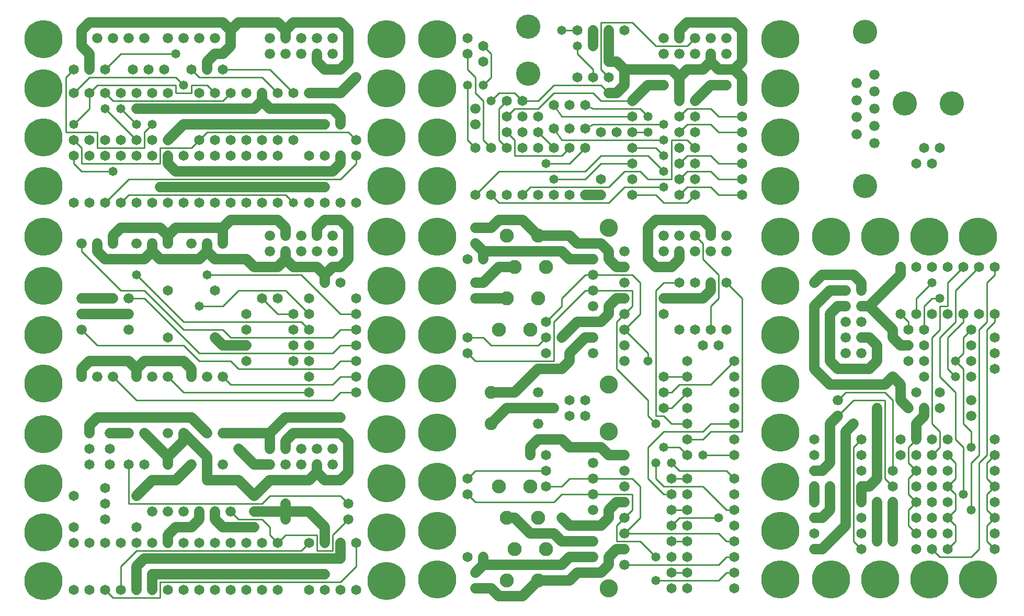
<source format=gtl>
%MOIN*%
%FSLAX25Y25*%
G04 D10 used for Character Trace; *
G04     Circle (OD=.01000) (No hole)*
G04 D11 used for Power Trace; *
G04     Circle (OD=.06500) (No hole)*
G04 D12 used for Signal Trace; *
G04     Circle (OD=.01100) (No hole)*
G04 D13 used for Via; *
G04     Circle (OD=.05800) (Round. Hole ID=.02800)*
G04 D14 used for Component hole; *
G04     Circle (OD=.06500) (Round. Hole ID=.03500)*
G04 D15 used for Component hole; *
G04     Circle (OD=.06600) (Round. Hole ID=.04200)*
G04 D16 used for Component hole; *
G04     Circle (OD=.08200) (Round. Hole ID=.05200)*
G04 D17 used for Component hole; *
G04     Circle (OD=.08950) (Round. Hole ID=.05950)*
G04 D18 used for Component hole; *
G04     Circle (OD=.11600) (Round. Hole ID=.08600)*
G04 D19 used for Component hole; *
G04     Circle (OD=.15500) (Round. Hole ID=.12500)*
G04 D20 used for Component hole; *
G04     Circle (OD=.18200) (Round. Hole ID=.15200)*
G04 D21 used for Component hole; *
G04     Circle (OD=.24300) (Round. Hole ID=.21300)*
%ADD10C,.01000*%
%ADD11C,.06500*%
%ADD12C,.01100*%
%ADD13C,.05800*%
%ADD14C,.06500*%
%ADD15C,.06600*%
%ADD16C,.08200*%
%ADD17C,.08950*%
%ADD18C,.11600*%
%ADD19C,.15500*%
%ADD20C,.18200*%
%ADD21C,.24300*%
%IPPOS*%
%LPD*%
G90*X0Y0D02*D21*X15625Y15625D03*D14*              
X35000Y10000D03*Y40000D03*D21*X15625Y46875D03*D14*
X45000Y10000D03*Y40000D03*X35000Y50000D03*        
X55000Y55000D03*Y10000D03*D12*X60000Y5000D01*     
X90000D01*Y15000D01*X205000D01*X215000Y25000D01*  
Y40000D01*D14*D03*D11*X175000Y30000D02*X205000D01*
D14*X175000D03*D11*X95000D01*D13*D03*D11*         
X80000D01*X75000Y25000D01*Y10000D01*D14*D03*D11*  
X85000Y20000D02*Y10000D01*D14*D03*X95000D03*D11*  
X85000Y20000D02*X175000D01*D14*D03*D11*X195000D01*
D13*D03*D14*X205000Y10000D03*D11*Y40000D02*       
Y30000D01*D14*Y40000D03*D12*X200000Y45000D02*     
Y35000D01*X190000D01*Y45000D01*X170000D01*        
X165000Y40000D01*D14*D03*D12*X160000Y45000D01*    
Y50000D01*X155000Y55000D01*X140000D01*            
X135000Y60000D01*D15*D03*D11*X125000Y55000D02*    
X130000Y50000D01*X125000Y60000D02*Y55000D01*D15*  
Y60000D03*X115000D03*D11*Y55000D01*               
X110000Y50000D01*X100000D01*X95000Y45000D01*      
Y40000D01*D14*D03*X105000D03*X85000D03*D15*       
X105000Y60000D03*D14*X75000Y50000D03*             
X115000Y40000D03*D15*X95000Y60000D03*D14*         
X75000Y40000D03*D12*X65000Y25000D02*              
X75000Y35000D01*X65000Y25000D02*Y10000D01*D14*D03*
D12*X75000Y35000D02*X180000D01*X185000Y40000D01*  
D14*D03*D11*Y60000D02*X195000Y50000D01*           
X170000Y60000D02*X185000D01*X150000D02*X170000D01*
D14*X150000D03*D12*X70000Y65000D02*X155000D01*    
X70000Y90000D02*Y65000D01*D14*Y90000D03*X80000D03*
X55000Y75000D03*D11*X75000Y70000D02*              
X85000Y80000D01*D14*X75000Y70000D03*D15*          
X85000Y60000D03*D11*Y80000D02*X95000D01*D14*D03*  
D11*X100000D01*X110000Y90000D01*D15*D03*          
X120000Y80000D03*D11*Y95000D01*X105000Y110000D01* 
D15*D03*D11*Y105000D01*X95000Y95000D01*           
X80000Y110000D01*D15*D03*X70000D03*D11*X58000D01* 
D14*D03*X45000Y100000D03*D11*Y115000D02*          
Y110000D01*D14*D03*D11*Y115000D02*                
X50000Y120000D01*X110000D01*X120000Y110000D01*D15*
D03*X130000D03*D11*X160000D01*Y100000D01*D15*D03* 
X170000Y90000D03*D11*X140000Y100000D02*           
X150000Y90000D01*D13*X140000Y100000D03*D11*       
X150000Y90000D02*X160000D01*D15*D03*              
X170000Y100000D03*D11*Y105000D01*                 
X175000Y110000D01*X205000D01*X210000Y105000D01*   
Y85000D01*X205000Y80000D01*X195000D01*            
X190000Y85000D01*X185000Y80000D01*X160000D01*     
X150000Y70000D01*D14*D03*D11*X140000Y80000D01*    
X120000D01*D15*X130000Y90000D03*D11*              
X95000Y95000D02*Y90000D01*D14*D03*D15*Y110000D03* 
D14*X58000Y100000D03*Y90000D03*X55000Y65000D03*   
D11*X130000Y50000D02*X150000D01*D13*D03*D14*      
X145000Y40000D03*X155000D03*D12*Y65000D02*        
X160000Y70000D01*X205000D01*X210000Y65000D01*D14* 
D03*Y55000D03*D12*X200000Y45000D01*D11*           
X195000Y50000D02*Y40000D01*D14*D03*               
X170000Y65000D03*D11*Y60000D01*Y55000D01*D14*D03* 
D11*X190000Y90000D02*Y85000D01*D15*Y90000D03*     
X200000Y100000D03*X180000D03*X200000Y90000D03*    
X190000Y100000D03*X180000Y90000D03*D11*           
X160000Y110000D02*X170000Y120000D01*X205000D01*   
D13*D03*D21*X234375Y109375D03*Y78125D03*Y46875D03*
D14*X125000Y40000D03*X135000D03*D21*              
X234375Y15625D03*D14*X105000Y10000D03*X115000D03* 
X125000D03*X135000D03*X145000D03*X155000D03*      
X165000D03*X185000D03*X195000D03*X215000D03*      
X65000Y40000D03*X55000D03*X45000Y90000D03*        
X35000Y70000D03*D21*X15625Y109375D03*Y78125D03*   
G90*X0Y1000D02*D12*X60000Y146000D02*              
X75000Y131000D01*D15*X60000Y146000D03*D11*        
X45000Y156000D02*X70000D01*X40000Y151000D02*      
X45000Y156000D01*X40000Y151000D02*Y146000D01*D15* 
D03*X50000D03*D12*X40000Y176000D02*               
X50000Y166000D01*D15*X40000Y176000D03*D12*        
X50000Y166000D02*X105000D01*X115000Y156000D01*    
X135000D01*X140000Y151000D01*X200000D01*          
X205000Y156000D01*X215000D01*D14*D03*D12*         
X200000Y161000D02*X205000Y166000D01*              
X115000Y161000D02*X200000D01*X80000Y196000D02*    
X115000Y161000D01*X70000Y196000D02*X80000D01*D15* 
X70000D03*D12*X40000Y226000D02*X65000Y201000D01*  
X40000Y231000D02*Y226000D01*D15*Y231000D03*D11*   
X50000D02*Y226000D01*D15*Y231000D03*D11*          
Y226000D02*X55000Y221000D01*X80000D01*            
X85000Y226000D01*Y231000D01*D15*D03*D11*          
Y226000D02*X90000Y221000D01*X115000D01*           
X120000Y226000D01*Y231000D01*D15*D03*D11*         
Y226000D02*X125000Y221000D01*X145000D01*          
X150000Y216000D01*X165000D01*X170000Y221000D01*   
Y226000D01*D15*D03*D11*Y221000D02*                
X175000Y216000D01*X190000D01*X195000Y211000D01*   
Y206000D01*D14*D03*D11*Y211000D02*                
X200000Y216000D01*X205000D01*X210000Y221000D01*   
Y241000D01*X205000Y246000D01*X195000D01*          
X190000Y241000D01*Y236000D01*D15*D03*             
X200000Y226000D03*X180000D03*X200000Y236000D03*   
X180000D03*X190000Y226000D03*D11*                 
X165000Y246000D02*X170000Y241000D01*              
X135000Y246000D02*X165000D01*X130000Y241000D02*   
X135000Y246000D01*X100000Y241000D02*X130000D01*   
X95000Y236000D02*X100000Y241000D01*X90000D02*     
X95000Y236000D01*X65000Y241000D02*X90000D01*      
X60000Y236000D02*X65000Y241000D01*                
X60000Y236000D02*Y231000D01*D15*D03*X75000D03*D13*
Y211000D03*D12*X105000Y181000D01*X180000D01*      
X185000Y176000D01*D14*D03*X175000Y186000D03*D12*  
X165000D01*X155000Y196000D01*D14*D03*             
X145000Y186000D03*X165000Y196000D03*D12*          
X130000Y191000D02*X140000Y201000D01*              
X115000Y191000D02*X130000D01*D13*X115000D03*D14*  
X125000Y201000D03*D12*X105000Y176000D02*          
X130000D01*X80000Y201000D02*X105000Y176000D01*    
X65000Y201000D02*X80000D01*D13*X60000Y196000D03*  
D11*X40000D01*D15*D03*Y186000D03*D11*X70000D01*   
D15*D03*Y176000D03*D14*X95000Y171000D03*          
Y201000D03*D11*X70000Y156000D02*X75000Y151000D01* 
Y146000D01*D15*D03*D11*Y151000D02*                
X80000Y156000D01*X105000D01*X110000Y151000D01*    
Y146000D01*D15*D03*D12*X95000D02*                 
X105000Y136000D01*D15*X95000Y146000D03*D12*       
X105000Y136000D02*X185000D01*D14*D03*Y146000D03*  
D12*X75000Y131000D02*X200000D01*D15*              
X85000Y146000D03*X120000D03*D14*X125000Y171000D03*
D11*X130000Y166000D01*X145000D01*D14*D03*D12*     
X130000Y176000D02*X135000Y171000D01*X200000D01*   
X205000Y176000D01*X215000D01*D14*D03*D12*         
X180000Y211000D02*X205000Y186000D01*              
X120000Y211000D02*X180000D01*D13*X120000D03*D12*  
X140000Y201000D02*X170000D01*X185000Y186000D01*   
D14*D03*X175000Y176000D03*X185000Y196000D03*D12*  
X205000Y166000D02*X215000D01*D14*D03*D12*         
X200000Y141000D02*X205000Y146000D01*              
X135000Y141000D02*X200000D01*X130000Y146000D02*   
X135000Y141000D01*D15*X130000Y146000D03*D14*      
X145000Y156000D03*Y176000D03*X175000Y156000D03*   
Y166000D03*X185000Y156000D03*Y166000D03*D12*      
X200000Y131000D02*X205000Y136000D01*X215000D01*   
D14*D03*D12*X205000Y146000D02*X215000D01*D14*D03* 
D21*X234375Y141625D03*Y172875D03*D14*             
X215000Y186000D03*D12*X205000D01*D14*             
X215000Y196000D03*X205000Y206000D03*D21*          
X234375Y204125D03*D15*X160000Y226000D03*D21*      
X234375Y235375D03*D15*X170000Y236000D03*D11*      
Y241000D01*D15*X160000Y236000D03*D11*             
X130000Y241000D02*Y231000D01*D15*D03*X110000D03*  
D11*X95000Y236000D02*Y231000D01*D15*D03*D21*      
X15625Y235375D03*Y204125D03*Y172875D03*Y141625D03*
G90*X0Y2000D02*D14*X215000Y257000D03*X205000D03*  
X195000D03*X185000D03*D13*X175000D03*D12*         
X170000Y262000D01*X70000D01*X65000Y257000D01*D14* 
D03*X75000D03*X55000D03*D12*X70000Y272000D01*     
X205000D01*X215000Y282000D01*Y287000D01*D14*D03*  
Y297000D03*D12*X210000Y302000D01*X120000D01*      
X115000Y297000D01*D14*D03*D12*X110000Y292000D01*  
X90000D01*Y282000D01*X40000D01*Y292000D01*        
X35000Y297000D01*D14*D03*D12*X30000Y337000D02*    
Y302000D01*Y337000D02*X35000Y342000D01*D14*D03*   
D11*X40000Y357000D02*X45000Y352000D01*            
X40000Y362000D02*Y357000D01*D15*Y362000D03*D11*   
Y367000D01*X45000Y372000D01*X60000D01*D13*D03*D11*
X130000D01*X135000Y367000D01*Y362000D01*D15*D03*  
D11*Y357000D01*X130000Y352000D01*X125000D01*      
X120000Y347000D01*Y342000D01*D14*D03*D12*         
X110000D02*X115000Y337000D01*D14*                 
X110000Y342000D03*D12*X115000Y337000D02*          
X155000D01*X165000Y327000D01*D14*D03*D11*         
X155000Y322000D02*X160000Y317000D01*X150000D02*   
X155000Y322000D01*X105000Y317000D02*X150000D01*   
D14*X105000D03*D11*X75000D01*D13*D03*             
X85000Y307000D03*D12*X80000Y302000D01*Y292000D01* 
X50000D01*Y302000D01*X30000D01*D13*               
X35000Y307000D03*D12*X45000Y317000D01*Y327000D01* 
D14*D03*D12*X50000Y332000D01*X100000D01*          
Y327000D01*X110000D01*Y332000D01*X120000D01*      
X125000Y327000D01*D14*D03*D12*X60000Y322000D02*   
X130000D01*X55000Y327000D02*X60000Y322000D01*D14* 
X55000Y327000D03*D13*X65000Y317000D03*D12*        
X75000Y307000D01*D13*D03*D14*X85000Y297000D03*    
X65000D03*X75000D03*D12*X55000Y317000D01*D13*D03* 
D14*X65000Y327000D03*X35000D03*D12*               
X45000Y337000D01*X100000D01*X105000Y332000D01*D13*
D03*D14*X115000Y327000D03*X95000D03*              
X92500Y342000D03*D13*X100000Y352000D03*D12*       
X65000D01*X55000Y342000D01*D14*D03*D11*           
X45000Y352000D02*Y342000D01*D14*D03*D15*          
X60000Y362000D03*X50000D03*D14*X72500Y342000D03*  
D15*X70000Y362000D03*D21*X15625Y361375D03*D14*    
X75000Y327000D03*D21*X15625Y330125D03*D14*        
X82500Y342000D03*D15*X80000Y362000D03*D14*        
X85000Y327000D03*D21*X15625Y298875D03*D14*        
X45000Y297000D03*X55000D03*X95000D03*D11*         
X105000Y307000D01*D14*D03*D11*X175000D01*D13*D03* 
D11*X185000D01*D14*D03*D11*X195000D01*D14*D03*    
X185000Y317000D03*D11*X160000D01*                 
X155000Y327000D02*Y322000D01*D14*Y327000D03*      
X145000D03*D12*X130000Y342000D02*X160000D01*D14*  
X130000D03*X135000Y327000D03*D12*                 
X130000Y322000D01*D14*X155000Y297000D03*          
X125000D03*X135000D03*X145000D03*D15*             
X160000Y352000D03*D12*Y342000D02*                 
X175000Y327000D01*D14*D03*D11*X185000Y317000D02*  
X200000D01*X205000Y312000D01*Y307000D01*D14*D03*  
D13*X185000Y327000D03*D11*X195000D01*D13*D03*D11* 
X205000D01*X215000Y337000D01*D14*D03*D13*         
X205000Y342000D03*D11*X195000D01*                 
X190000Y347000D01*Y352000D01*D15*D03*             
X200000Y362000D03*X180000D03*X200000Y352000D03*   
X190000Y362000D03*X180000Y352000D03*D11*          
X205000Y342000D02*X210000Y347000D01*Y367000D01*   
X205000Y372000D01*X175000D01*X170000Y367000D01*   
X165000Y372000D01*X140000D01*X135000Y367000D01*   
D15*X125000Y362000D03*X115000D03*X160000D03*      
X105000D03*X170000Y352000D03*Y362000D03*D11*      
Y367000D01*D21*X234375Y330125D03*Y361375D03*D14*  
X165000Y297000D03*X175000D03*D21*                 
X234375Y298875D03*D15*X95000Y362000D03*D14*       
Y287000D03*D11*Y282000D01*X100000Y277000D01*      
X175000D01*D14*D03*D11*X200000D01*                
X205000Y282000D01*Y287000D01*D14*D03*X195000D03*  
D13*Y267000D03*D11*X175000D01*D10*                
X176914Y267837D02*X177871Y267000D01*X172129D01*   
Y267837D02*Y266163D01*D14*X175000Y267000D03*D11*  
X90000D01*D13*D03*D14*X85000Y257000D03*X95000D03* 
X105000D03*Y287000D03*X85000D03*X75000D03*        
X65000D03*X115000Y257000D03*Y287000D03*D13*       
X60000Y277000D03*D12*X40000D01*X35000Y282000D01*  
Y287000D01*D14*D03*X45000D03*D21*X15625Y267625D03*
D14*X55000Y287000D03*X35000Y257000D03*X45000D03*  
X125000D03*Y287000D03*X135000Y257000D03*          
Y287000D03*X145000Y257000D03*Y287000D03*          
X155000Y257000D03*Y287000D03*X165000Y257000D03*   
Y287000D03*D10*X176914Y267837D02*                 
X177871Y267000D01*X172129D01*Y267837D02*          
Y266163D01*D14*X185000Y287000D03*D21*             
X234375Y267625D03*G90*X1000Y1000D02*              
X266625Y16625D03*Y47875D03*Y79125D03*Y110375D03*  
Y141625D03*Y172875D03*Y204125D03*Y235375D03*D14*  
X286000Y31000D03*Y71000D03*D12*X291000Y66000D01*  
X341000D01*X346000Y71000D01*X366000D01*D15*D03*   
D12*X391000D01*Y61000D01*X386000Y56000D01*D15*D03*
D12*X381000Y51000D01*Y41000D01*X396000D01*        
X406000Y31000D01*D13*D03*D14*X416000Y21000D03*D12*
X426000D01*D14*D03*X416000Y31000D03*Y11000D03*    
X426000Y31000D03*Y11000D03*D12*X406000Y16000D02*  
X446000D01*D13*X406000D03*D15*X386000Y36000D03*   
D11*X381000D01*X376000Y31000D01*Y26000D01*        
X371000Y21000D01*X356000D01*X351000Y16000D01*     
X331000D01*D17*D03*D11*X321000Y6000D01*X306000D01*
X301000Y11000D01*X291000D01*D15*D03*Y21000D03*D11*
X296000Y26000D01*Y31000D01*D14*D03*D11*Y26000D02* 
X346000D01*D13*D03*D11*X351000Y31000D01*          
X366000D01*D15*D03*Y41000D03*D11*X346000D01*      
X341000Y46000D01*X326000D01*X316000Y56000D01*     
X311000D01*D17*D03*X326000Y76000D03*              
X331000Y56000D03*X306000Y76000D03*                
X316000Y36000D03*D14*X286000Y81000D03*D12*        
X291000Y86000D01*X336000D01*D14*D03*D12*Y76000D02*
X346000D01*D14*X336000D03*D12*X346000D02*         
X351000Y81000D01*X366000D01*D15*D03*D12*          
X391000D01*X396000Y76000D01*Y56000D01*            
X386000Y46000D01*D15*D03*D12*X446000D01*          
X451000Y41000D01*X456000D01*D14*D03*D12*          
X446000Y26000D02*X451000Y31000D01*                
X386000Y26000D02*X446000D01*D15*X386000D03*D18*   
X376000Y11000D03*D11*X366000Y51000D02*X371000D01* 
D15*X366000D03*D11*X351000D01*X346000Y56000D01*   
D13*D03*D17*X336000Y36000D03*D15*X366000Y61000D03*
D11*X371000Y51000D02*X376000Y56000D01*Y61000D01*  
X381000Y66000D01*X386000D01*D15*D03*Y76000D03*D12*
X401000Y101000D02*Y81000D01*Y101000D02*           
X411000Y111000D01*X436000D01*X441000Y116000D01*   
X456000D01*D14*D03*D12*X441000Y111000D02*         
X461000D01*X436000Y106000D02*X441000Y111000D01*   
X426000Y106000D02*X436000D01*D14*X426000D03*D12*  
X411000Y101000D02*X421000D01*D13*X411000D03*      
X406000Y91000D03*D12*Y81000D01*X411000Y76000D01*  
X436000D01*X451000Y61000D01*X456000D01*D14*D03*   
Y71000D03*Y51000D03*D13*X446000Y56000D03*D12*     
X421000D01*X416000Y51000D01*D14*D03*              
X426000Y41000D03*D12*X416000D01*D14*D03*          
X426000Y51000D03*Y61000D03*D12*X416000D01*D14*D03*
X426000Y71000D03*X416000D03*D12*X411000D01*       
X401000Y81000D01*D15*X386000Y96000D03*D11*        
X376000D01*X371000Y101000D01*X351000D01*          
X346000Y106000D01*X331000D01*X326000Y101000D01*   
Y96000D01*D14*D03*X336000D03*D15*                 
X331000Y116000D03*D14*X351000Y121000D03*D16*      
X301000Y116000D03*D11*X311000Y126000D01*          
X321000D01*D13*D03*D11*X341000D01*D15*D03*        
X331000Y136000D03*D14*X351000Y131000D03*          
X361000Y121000D03*Y131000D03*D11*                 
X301000Y136000D02*X316000D01*D16*X301000D03*D11*  
X316000D02*X331000Y151000D01*X336000D01*D14*D03*  
D11*X346000D01*X351000Y156000D01*Y161000D01*      
X361000Y171000D01*X366000D01*D15*D03*D11*         
X346000D02*X356000Y181000D01*D13*                 
X346000Y171000D03*D11*X356000Y181000D02*          
X366000D01*D15*D03*D11*X371000D01*                
X376000Y186000D01*Y191000D01*X381000Y196000D01*   
X386000D01*D15*D03*D12*Y186000D02*                
X391000Y191000D01*D15*X386000Y186000D03*D12*      
X381000Y181000D01*Y151000D01*X401000Y131000D01*   
Y121000D01*X406000Y116000D01*D13*D03*D12*         
Y121000D02*X411000D01*X406000Y201000D02*          
Y121000D01*Y201000D02*X411000Y206000D01*          
X421000D01*D14*D03*X411000Y196000D03*D11*         
X436000D01*X441000Y201000D01*Y206000D01*D14*D03*  
D12*X436000Y221000D02*X446000Y211000D01*          
X436000Y231000D02*Y221000D01*X431000Y236000D02*   
X436000Y231000D01*D15*X431000Y236000D03*          
X441000Y226000D03*X421000D03*D11*Y221000D01*      
X416000Y216000D01*X406000D01*X401000Y221000D01*   
Y241000D01*X406000Y246000D01*X436000D01*          
X441000Y241000D01*Y236000D01*D15*D03*             
X451000Y226000D03*X431000D03*X451000Y236000D03*   
X421000D03*D12*X446000Y211000D02*Y196000D01*      
X441000Y191000D01*Y176000D01*D14*D03*             
X436000Y166000D03*X451000Y176000D03*X431000D03*   
X446000Y166000D03*D12*X451000Y206000D02*          
X461000Y196000D01*D14*X451000Y206000D03*D12*      
X461000Y196000D02*Y111000D01*D14*                 
X456000Y106000D03*Y96000D03*D12*X436000D01*D13*   
D03*D14*X426000D03*D12*X421000Y101000D01*D13*     
X416000Y91000D03*D12*X421000Y86000D01*X451000D01* 
X456000Y81000D01*D14*D03*D21*X485375Y110375D03*   
Y79125D03*D14*X426000Y81000D03*D12*X416000D01*D14*
D03*D15*X386000Y86000D03*D14*X426000Y116000D03*   
D12*X416000D01*X411000Y121000D01*Y126000D02*      
X416000D01*D14*X411000D03*D12*X416000D02*         
X426000Y136000D01*D14*D03*D12*X416000D02*         
X421000Y141000D01*X411000Y136000D02*X416000D01*   
D14*X411000D03*Y146000D03*D12*X426000D01*D14*D03* 
D12*X421000Y141000D02*X441000D01*                 
X456000Y156000D01*D14*D03*Y146000D03*Y136000D03*  
X426000Y126000D03*D21*X485375Y141625D03*D14*      
X426000Y156000D03*X456000Y126000D03*D21*          
X485375Y172875D03*D14*X421000Y176000D03*          
X411000Y186000D03*D21*X485375Y204125D03*D14*      
X431000Y206000D03*D12*X386000Y176000D02*          
X401000Y161000D01*D15*X386000Y176000D03*D12*      
X396000Y186000D01*Y206000D01*X391000Y211000D01*   
X366000D01*D15*D03*D12*X361000D01*                
X346000Y196000D01*Y191000D01*X336000Y181000D01*   
D14*D03*D12*X341000D02*Y156000D01*X291000D01*     
X286000Y161000D01*D14*D03*D12*Y171000D02*         
X296000D01*D14*X286000D03*D12*X296000D02*         
X301000Y166000D01*X331000D01*X336000Y171000D01*   
D14*D03*D12*X341000Y181000D02*X361000Y201000D01*  
X366000D01*D15*D03*D12*X391000D01*Y191000D01*D15* 
X386000Y206000D03*Y166000D03*X366000Y191000D03*   
X386000Y216000D03*D11*X381000D01*                 
X376000Y221000D01*Y226000D01*X371000Y231000D01*   
X356000D01*X351000Y236000D01*X331000D01*D17*D03*  
D11*X321000Y246000D01*X306000D01*                 
X301000Y241000D01*X291000D01*D15*D03*Y231000D03*  
D11*X296000Y226000D01*Y221000D01*D14*D03*D11*     
Y226000D02*X346000D01*X351000Y221000D01*          
X366000D01*D15*D03*D18*X376000Y241000D03*D15*     
X386000Y226000D03*D17*X336000Y216000D03*          
X331000Y196000D03*X326000Y176000D03*D15*          
X411000Y226000D03*Y236000D03*D17*                 
X316000Y216000D03*D11*X306000D01*                 
X296000Y206000D01*X291000D01*D15*D03*Y196000D03*  
D11*X311000D01*D17*D03*X306000Y176000D03*D14*     
X286000Y221000D03*X336000Y161000D03*D17*          
X311000Y236000D03*D15*X366000Y161000D03*D18*      
X376000Y141000D03*D15*X386000Y156000D03*D18*      
X376000Y111000D03*D13*X401000Y156000D03*D12*      
Y161000D01*D15*X366000Y91000D03*D21*              
X485375Y235375D03*Y47875D03*D12*X451000Y31000D02* 
X456000D01*D14*D03*D12*X446000Y16000D02*          
X451000Y21000D01*X456000D01*D14*D03*Y11000D03*D21*
X485375Y16625D03*D17*X311000Y16000D03*G90*        
X1000Y2000D02*D21*X266625Y267625D03*D14*          
X291000Y292000D03*D12*X286000Y297000D01*          
Y332000D01*D13*D03*D12*X291000Y337000D02*         
Y327000D01*X286000Y342000D02*X291000Y337000D01*   
X286000Y352000D02*Y342000D01*D14*Y352000D03*      
X296000Y347000D03*X286000Y362000D03*              
X296000Y357000D03*D12*X301000Y352000D01*          
Y337000D01*X296000Y332000D01*D13*D03*D12*         
X291000Y327000D02*X296000Y322000D01*Y297000D01*   
X301000Y292000D01*D14*D03*D12*X306000Y317000D02*  
Y297000D01*Y317000D02*X311000Y322000D01*D14*D03*  
D12*Y312000D02*X316000Y317000D01*D14*             
X311000Y312000D03*D12*X316000Y317000D02*          
X331000D01*X341000Y327000D01*X366000D01*          
X371000Y322000D01*X391000D01*D14*D03*D11*         
X401000Y332000D01*X411000D01*D14*D03*             
X421000Y322000D03*D11*Y332000D01*D14*D03*D11*     
Y337000D01*X416000Y342000D01*X386000D01*          
X381000Y347000D01*X376000D01*D13*D03*D11*         
Y367000D01*D14*D03*D12*X371000Y372000D02*         
Y342000D01*X376000Y337000D01*D14*D03*D12*         
X341000Y332000D02*X371000D01*X331000Y322000D02*   
X341000Y332000D01*X321000Y322000D02*X331000D01*   
D14*X321000D03*D12*X316000Y327000D01*X306000D01*  
X301000Y322000D01*D13*D03*D15*X291000Y317000D03*  
Y307000D03*D14*X321000Y302000D03*Y312000D03*      
X311000Y302000D03*D12*X316000Y297000D01*          
Y287000D01*X346000D01*X351000Y292000D01*D14*D03*  
D12*X341000Y304500D02*X346000Y297000D01*D14*      
X341000Y304500D03*D12*X346000Y297000D02*          
X411000D01*D13*D03*D12*X391000Y292000D02*         
X406000D01*D14*X391000D03*D13*X401000Y302000D03*  
D12*X391000D01*D14*D03*D13*X401000Y312000D03*D12* 
X396000Y317000D01*X366000D01*X361000Y319500D01*   
D14*D03*X351000D03*D12*X361000Y304500D02*         
X366000Y307000D01*D14*X361000Y304500D03*D12*      
X366000Y307000D02*X411000D01*D13*D03*D14*         
X421000Y302000D03*D12*X426000Y307000D01*          
X441000D01*X446000Y302000D01*X461000D01*D14*D03*  
Y312000D03*D12*X446000D01*X441000Y317000D01*      
X426000D01*X421000Y312000D01*D14*D03*             
X431000Y302000D03*Y322000D03*D11*                 
X441000Y332000D01*X451000D01*D14*D03*             
X461000Y322000D03*D11*Y332000D01*D14*D03*D11*     
Y337000D01*X456000Y342000D01*X446000D01*          
X441000Y347000D01*X436000Y342000D01*X426000D01*   
X421000Y337000D01*D15*X431000Y352000D03*          
X421000D03*X411000D03*D12*X406000Y357000D02*      
X426000D01*X391000Y372000D02*X406000Y357000D01*   
X371000Y372000D02*X391000D01*D14*                 
X366000Y367000D03*D11*Y357000D01*D13*D03*D14*     
X356000Y367000D03*D12*X346000D01*D13*D03*         
X356000Y357000D03*D12*Y352000D01*                 
X366000Y342000D01*Y337000D01*D14*D03*D12*         
X371000Y332000D02*X376000Y327000D01*D13*D03*D11*  
X381000D01*X386000Y332000D01*Y337000D01*D14*D03*  
D11*Y342000D01*D14*Y367000D03*D15*                
X411000Y362000D03*D14*X356000Y337000D03*          
X391000Y312000D03*D12*X346000D01*                 
X341000Y319500D01*D14*D03*X331000Y312000D03*      
Y302000D03*D12*X341000Y292000D01*D14*D03*D12*     
X336000Y282000D02*X351000D01*D13*X336000D03*D14*  
X331000Y292000D03*D13*X341000Y272000D03*D12*      
X361000D01*X371000Y282000D01*X391000D01*D14*D03*  
D12*X386000Y277000D02*X396000D01*                 
X376000Y267000D02*X386000Y277000D01*              
X326000Y267000D02*X376000D01*X321000Y262000D02*   
X326000Y267000D01*D14*X321000Y262000D03*          
X331000D03*X311000D03*D12*X291000D02*             
X306000Y277000D01*D14*X291000Y262000D03*          
X301000D03*D12*X306000Y257000D01*X376000D01*      
X386000Y267000D01*X411000D01*D13*D03*D12*         
X401000Y272000D02*X416000D01*X396000Y277000D02*   
X401000Y272000D01*D14*X391000D03*D12*             
X371000Y287000D02*X401000D01*X361000Y277000D02*   
X371000Y287000D01*X306000Y277000D02*X361000D01*   
D14*X321000Y292000D03*X311000D03*D12*             
X306000Y297000D01*D14*X341000Y262000D03*D21*      
X266625Y330125D03*Y298875D03*D14*                 
X351000Y262000D03*D19*X324500Y339500D03*D12*      
X351000Y282000D02*X361000Y292000D01*D14*D03*      
X371000Y302000D03*X351000Y304500D03*              
X381000Y302000D03*X371000Y272000D03*              
X391000Y262000D03*D12*X406000D01*                 
X411000Y257000D01*X426000D01*X431000Y262000D01*   
D14*D03*D12*X421000D02*X426000Y267000D01*D14*     
X421000Y262000D03*D12*X426000Y267000D02*          
X441000D01*X446000Y262000D01*X461000D01*D14*D03*  
Y272000D03*D12*X446000D01*X441000Y277000D01*      
X426000D01*X421000Y272000D01*D14*D03*D12*         
X416000Y297000D02*Y272000D01*Y297000D02*          
X426000D01*X431000Y292000D01*D14*D03*D12*         
X421000Y282000D02*X426000Y287000D01*D14*          
X421000Y282000D03*D12*X426000Y287000D02*          
X441000D01*X446000Y282000D01*X461000D01*D14*D03*  
Y292000D03*D21*X485375Y267625D03*Y298875D03*D14*  
X431000Y312000D03*Y282000D03*Y272000D03*          
X421000Y292000D03*D21*X485375Y330125D03*D13*      
X411000Y287000D03*D12*X406000Y292000D01*          
X401000Y287000D02*X411000Y277000D01*D13*D03*D14*  
X371000Y262000D03*D11*X361000D01*D14*D03*D11*     
X441000Y352000D02*Y347000D01*D15*Y352000D03*      
X451000Y362000D03*X431000D03*D12*                 
X426000Y357000D01*D15*X421000Y362000D03*D11*      
Y367000D01*X426000Y372000D01*X456000D01*          
X461000Y367000D01*Y347000D01*X456000Y342000D01*   
D15*X451000Y352000D03*X441000Y362000D03*D21*      
X485375Y361375D03*D19*X324500Y369500D03*D21*      
X266625Y361375D03*G90*X2000Y1000D02*D14*          
X507000Y36000D03*D11*X512000D01*X527000Y51000D01* 
Y111000D01*X532000Y116000D01*D13*D03*D15*         
X522000Y121000D03*D11*X517000Y116000D01*Y91000D01*
X512000Y86000D01*X507000D01*D14*D03*D13*          
X517000Y76000D03*D11*Y61000D01*X512000Y56000D01*  
X507000D01*D14*D03*Y66000D03*D11*Y76000D01*D14*   
D03*Y96000D03*D12*X532000Y41000D02*Y101000D01*    
X537000Y36000D02*X532000Y41000D01*D14*            
X537000Y36000D03*Y46000D03*D15*X547000Y41000D03*  
D11*Y66000D01*D14*D03*X557000Y76000D03*D12*       
X552000Y81000D01*Y131000D01*X532000D01*           
X522000Y121000D01*D15*Y131000D03*D12*             
X527000Y136000D01*X552000D01*X557000Y131000D01*   
Y86000D01*D14*D03*D13*X547000Y96000D03*D11*       
Y81000D01*X542000Y76000D01*X537000D01*D14*D03*D11*
Y66000D01*D14*D03*Y56000D03*X557000Y66000D03*D11* 
Y41000D01*D15*D03*D12*X572000Y46000D02*           
X567000Y51000D01*D14*X572000Y46000D03*D12*        
X567000Y51000D02*Y61000D01*X572000Y66000D01*D14*  
D03*D12*X567000Y71000D01*Y81000D01*               
X572000Y86000D01*D14*D03*D12*X567000Y91000D01*    
Y101000D01*X572000Y106000D01*D14*D03*D11*         
Y116000D01*X577000Y121000D01*Y126000D01*D14*D03*  
X587000Y136000D03*Y126000D03*X567000D03*D11*      
X562000Y131000D01*Y141000D01*X557000Y146000D01*   
D13*D03*D11*X552000Y141000D01*X517000D01*         
X507000Y151000D01*Y191000D01*X517000Y201000D01*   
X527000D01*D15*D03*X537000Y191000D03*D11*         
X542000D01*X557000Y176000D01*D14*D03*D11*         
Y171000D01*X562000Y166000D01*X567000D01*D14*D03*  
X577000Y156000D03*Y176000D03*D12*Y191000D01*      
X582000Y196000D01*X587000D01*D13*D03*D12*         
Y191000D02*X592000D01*X587000Y176000D02*          
Y191000D01*X582000Y171000D02*X587000Y176000D01*   
X582000Y116000D02*Y171000D01*X587000Y111000D02*   
X582000Y116000D01*X587000Y101000D02*Y111000D01*   
X582000Y96000D02*X587000Y101000D01*D14*           
X582000Y96000D03*X592000Y86000D03*Y106000D03*     
Y96000D03*D12*X597000Y91000D01*Y81000D01*         
X592000Y76000D01*D14*D03*D12*X597000Y71000D01*    
Y61000D01*X592000Y56000D01*D14*D03*D12*           
X597000Y51000D01*Y41000D01*X592000Y36000D01*D14*  
D03*D12*X587000Y31000D02*X607000D01*              
X612000Y36000D01*Y91000D01*X617000Y96000D01*      
Y176000D01*X622000Y181000D01*Y186000D01*D14*D03*  
D12*X612000Y176000D02*X617000Y181000D01*          
X612000Y96000D02*Y176000D01*X607000Y91000D02*     
X612000Y96000D01*X607000Y61000D02*Y91000D01*D13*  
Y61000D03*D12*X617000Y41000D02*Y51000D01*         
X622000Y36000D02*X617000Y41000D01*D14*            
X622000Y36000D03*Y46000D03*D12*X617000Y51000D02*  
X622000Y56000D01*D14*D03*D12*X617000Y61000D01*    
Y71000D01*X622000Y76000D01*D14*D03*D12*           
X617000Y81000D01*Y91000D01*X622000Y96000D01*D14*  
D03*Y106000D03*Y86000D03*D12*X607000Y101000D02*   
Y111000D01*D13*Y101000D03*D12*X602000Y71000D02*   
Y101000D01*D13*Y71000D03*D14*X592000Y66000D03*    
X582000Y86000D03*X622000Y66000D03*                
X582000Y76000D03*Y66000D03*Y56000D03*Y46000D03*   
X592000D03*X572000Y96000D03*Y76000D03*D12*        
X602000Y101000D02*X597000Y106000D01*Y136000D01*   
X587000Y146000D01*Y171000D01*X597000Y181000D01*   
Y201000D01*X612000Y216000D01*D14*D03*D12*         
X617000Y206000D02*X622000Y211000D01*              
X617000Y181000D02*Y206000D01*D14*                 
X612000Y186000D03*X607000Y176000D03*D12*          
X602000Y171000D01*Y161000D01*X597000Y156000D01*   
D13*D03*D12*X602000Y151000D01*Y116000D01*         
X607000Y111000D01*D15*Y121000D03*Y131000D03*D14*  
X582000Y106000D03*X572000Y136000D03*              
X607000Y146000D03*D13*X597000D03*D12*             
X592000Y151000D01*Y171000D01*X602000Y181000D01*   
Y186000D01*D14*D03*D12*X592000Y191000D02*         
Y206000D01*X602000Y216000D01*D14*D03*X592000D03*  
D21*X580125Y235375D03*X611375D03*D12*             
X622000Y211000D02*Y216000D01*D14*D03*             
X592000Y186000D03*X582000Y216000D03*D13*          
Y206000D03*D12*X572000Y196000D01*Y186000D01*D14*  
D03*D12*X567000Y176000D02*Y181000D01*D14*         
Y176000D03*D12*Y181000D02*X562000Y186000D01*D14*  
D03*D11*X547000Y156000D02*Y166000D01*             
X542000Y151000D02*X547000Y156000D01*              
X522000Y151000D02*X542000D01*X522000D02*          
X517000Y156000D01*Y186000D01*X522000Y191000D01*   
X527000D01*D15*D03*X537000Y181000D03*Y201000D03*  
D11*Y206000D01*X532000Y211000D01*X512000D01*      
X507000Y206000D01*D13*D03*D15*X527000Y181000D03*  
D21*X517625Y235375D03*D11*X547000Y166000D02*      
X542000Y171000D01*X537000D01*D15*D03*             
X527000Y161000D03*Y171000D03*X537000Y161000D03*   
D11*X542000Y191000D02*X562000Y211000D01*          
Y216000D01*D14*D03*X572000D03*D21*                
X548875Y235375D03*D14*X582000Y186000D03*          
X577000Y166000D03*X607000D03*X622000Y161000D03*   
Y171000D03*X567000Y156000D03*X607000D03*          
X622000Y151000D03*X577000Y146000D03*D13*          
X547000Y126000D03*D11*Y96000D01*D14*              
X537000Y106000D03*D12*X532000Y101000D01*D14*      
X537000Y96000D03*Y86000D03*X507000Y106000D03*     
X562000Y96000D03*Y106000D03*X572000Y56000D03*     
X507000Y46000D03*X572000Y36000D03*X582000D03*D12* 
X587000Y31000D01*D21*X580125Y16625D03*X611375D03* 
X548875D03*X517625D03*G90*X2000Y2000D02*D15*      
X533800Y300700D03*Y311600D03*Y322400D03*          
Y333300D03*D19*X539400Y267800D03*Y366200D03*D15*  
X545100Y295200D03*Y306100D03*Y317000D03*          
Y327900D03*Y338800D03*D19*X564500Y320500D03*D14*  
X572000Y282000D03*X577000Y292000D03*              
X582000Y282000D03*X587000Y292000D03*D19*          
X594500Y320500D03*M02*                            

</source>
